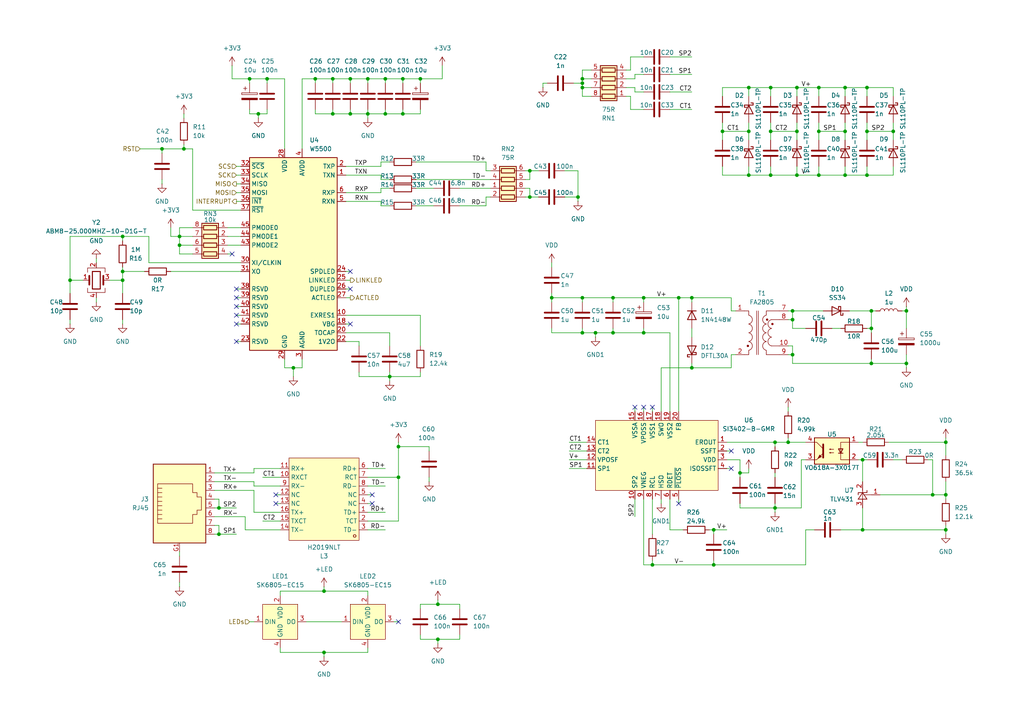
<source format=kicad_sch>
(kicad_sch (version 20250114) (generator "eeschema") (generator_version "9.0")
  (paper "A4")
  (title_block (title "GrandNA3_4Port_Node"))
  (junction (at 217.17 38.1))
  (junction (at 200.66 106.68))
  (junction (at 186.69 96.52))
  (junction (at 262.89 105.41))
  (junction (at 223.52 38.1))
  (junction (at 250.19 153.67))
  (junction (at 214.63 137.16))
  (junction (at 259.08 38.1))
  (junction (at 35.56 81.28))
  (junction (at 20.32 81.28))
  (junction (at 224.79 147.32))
  (junction (at 113.03 109.22))
  (junction (at 229.87 92.71))
  (junction (at 274.32 128.27))
  (junction (at 250.19 133.35))
  (junction (at 153.67 57.15))
  (junction (at 207.01 163.83))
  (junction (at 177.8 86.36))
  (junction (at 177.8 96.52))
  (junction (at 168.91 86.36))
  (junction (at 245.11 25.4))
  (junction (at 217.17 25.4))
  (junction (at 251.46 50.8))
  (junction (at 121.92 22.86))
  (junction (at 252.73 105.41))
  (junction (at 274.32 143.51))
  (junction (at 53.34 43.18))
  (junction (at 93.98 189.23))
  (junction (at 127 185.42))
  (junction (at 262.89 90.17))
  (junction (at 168.91 24.13))
  (junction (at 96.52 22.86))
  (junction (at 63.5 147.32))
  (junction (at 72.39 22.86))
  (junction (at 153.67 49.53))
  (junction (at 274.32 153.67))
  (junction (at 52.07 71.12))
  (junction (at 35.56 68.58))
  (junction (at 209.55 38.1))
  (junction (at 252.73 90.17))
  (junction (at 223.52 25.4))
  (junction (at 46.99 43.18))
  (junction (at 172.72 96.52))
  (junction (at 231.14 38.1))
  (junction (at 186.69 86.36))
  (junction (at 85.09 106.68))
  (junction (at 74.93 33.02))
  (junction (at 200.66 86.36))
  (junction (at 101.6 33.02))
  (junction (at 252.73 95.25))
  (junction (at 207.01 153.67))
  (junction (at 115.57 138.43))
  (junction (at 115.57 129.54))
  (junction (at 189.23 163.83))
  (junction (at 106.68 33.02))
  (junction (at 111.76 22.86))
  (junction (at 196.85 86.36))
  (junction (at 224.79 128.27))
  (junction (at 77.47 22.86))
  (junction (at 231.14 25.4))
  (junction (at 116.84 33.02))
  (junction (at 106.68 22.86))
  (junction (at 127 175.26))
  (junction (at 223.52 50.8))
  (junction (at 101.6 22.86))
  (junction (at 63.5 154.94))
  (junction (at 93.98 171.45))
  (junction (at 168.91 25.4))
  (junction (at 251.46 25.4))
  (junction (at 168.91 96.52))
  (junction (at 35.56 78.74))
  (junction (at 229.87 90.17))
  (junction (at 111.76 33.02))
  (junction (at 237.49 50.8))
  (junction (at 231.14 50.8))
  (junction (at 245.11 38.1))
  (junction (at 160.02 86.36))
  (junction (at 167.64 57.15))
  (junction (at 228.6 128.27))
  (junction (at 52.07 68.58))
  (junction (at 217.17 50.8))
  (junction (at 168.91 22.86))
  (junction (at 237.49 25.4))
  (junction (at 237.49 38.1))
  (junction (at 91.44 22.86))
  (junction (at 229.87 102.87))
  (junction (at 116.84 22.86))
  (junction (at 270.51 143.51))
  (junction (at 96.52 33.02))
  (junction (at 245.11 50.8))
  (junction (at 251.46 38.1))
  (no_connect (at 68.58 93.98))
  (no_connect (at 67.31 73.66))
  (no_connect (at 196.85 146.05))
  (no_connect (at 184.15 118.11))
  (no_connect (at 101.6 83.82))
  (no_connect (at 68.58 83.82))
  (no_connect (at 101.6 93.98))
  (no_connect (at 189.23 118.11))
  (no_connect (at 186.69 118.11))
  (no_connect (at 68.58 99.06))
  (no_connect (at 68.58 91.44))
  (no_connect (at 80.01 146.05))
  (no_connect (at 68.58 88.9))
  (no_connect (at 107.95 143.51))
  (no_connect (at 212.09 130.81))
  (no_connect (at 107.95 146.05))
  (no_connect (at 212.09 135.89))
  (no_connect (at 101.6 78.74))
  (no_connect (at 115.57 180.34))
  (no_connect (at 68.58 86.36))
  (no_connect (at 80.01 143.51))
  (wire (pts (xy 207.01 153.67) (xy 205.74 153.67)))
  (wire (pts (xy 68.58 88.9) (xy 69.85 88.9)))
  (wire (pts (xy 243.84 153.67) (xy 250.19 153.67)))
  (wire (pts (xy 259.08 35.56) (xy 259.08 38.1)))
  (wire (pts (xy 127 175.26) (xy 121.92 175.26)))
  (wire (pts (xy 121.92 91.44) (xy 100.33 91.44)))
  (wire (pts (xy 245.11 50.8) (xy 245.11 48.26)))
  (wire (pts (xy 55.88 60.96) (xy 69.85 60.96)))
  (wire (pts (xy 251.46 38.1) (xy 259.08 38.1)))
  (wire (pts (xy 53.34 41.91) (xy 53.34 43.18)))
  (wire (pts (xy 62.23 142.24) (xy 73.66 142.24)))
  (wire (pts (xy 107.95 143.51) (xy 106.68 143.51)))
  (wire (pts (xy 106.68 187.96) (xy 106.68 189.23)))
  (wire (pts (xy 259.08 133.35) (xy 261.62 133.35)))
  (wire (pts (xy 198.12 153.67) (xy 194.31 153.67)))
  (wire (pts (xy 77.47 33.02) (xy 74.93 33.02)))
  (wire (pts (xy 106.68 22.86) (xy 101.6 22.86)))
  (wire (pts (xy 245.11 25.4) (xy 251.46 25.4)))
  (wire (pts (xy 110.49 59.69) (xy 110.49 58.42)))
  (wire (pts (xy 157.48 24.13) (xy 158.75 24.13)))
  (wire (pts (xy 217.17 25.4) (xy 223.52 25.4)))
  (wire (pts (xy 223.52 38.1) (xy 231.14 38.1)))
  (wire (pts (xy 223.52 50.8) (xy 223.52 48.26)))
  (wire (pts (xy 168.91 86.36) (xy 177.8 86.36)))
  (wire (pts (xy 110.49 54.61) (xy 110.49 55.88)))
  (wire (pts (xy 62.23 152.4) (xy 63.5 152.4)))
  (wire (pts (xy 229.87 105.41) (xy 229.87 102.87)))
  (wire (pts (xy 66.04 68.58) (xy 69.85 68.58)))
  (wire (pts (xy 167.64 58.42) (xy 167.64 57.15)))
  (wire (pts (xy 113.03 109.22) (xy 121.92 109.22)))
  (wire (pts (xy 81.28 151.13) (xy 76.2 151.13)))
  (wire (pts (xy 35.56 68.58) (xy 43.18 68.58)))
  (wire (pts (xy 68.58 48.26) (xy 69.85 48.26)))
  (wire (pts (xy 274.32 128.27) (xy 257.81 128.27)))
  (wire (pts (xy 96.52 31.75) (xy 96.52 33.02)))
  (wire (pts (xy 100.33 55.88) (xy 110.49 55.88)))
  (wire (pts (xy 214.63 133.35) (xy 214.63 137.16)))
  (wire (pts (xy 274.32 132.08) (xy 274.32 128.27)))
  (wire (pts (xy 93.98 170.18) (xy 93.98 171.45)))
  (wire (pts (xy 262.89 88.9) (xy 262.89 90.17)))
  (wire (pts (xy 101.6 31.75) (xy 101.6 33.02)))
  (wire (pts (xy 184.15 25.4) (xy 184.15 26.67)))
  (wire (pts (xy 186.69 144.78) (xy 186.69 163.83)))
  (wire (pts (xy 184.15 21.59) (xy 186.69 21.59)))
  (wire (pts (xy 212.09 102.87) (xy 212.09 106.68)))
  (wire (pts (xy 200.66 21.59) (xy 194.31 21.59)))
  (wire (pts (xy 231.14 35.56) (xy 231.14 38.1)))
  (wire (pts (xy 111.76 22.86) (xy 106.68 22.86)))
  (wire (pts (xy 67.31 19.05) (xy 67.31 22.86)))
  (wire (pts (xy 104.14 109.22) (xy 104.14 107.95)))
  (wire (pts (xy 177.8 96.52) (xy 177.8 95.25)))
  (wire (pts (xy 229.87 102.87) (xy 228.6 102.87)))
  (wire (pts (xy 259.08 25.4) (xy 259.08 27.94)))
  (wire (pts (xy 182.88 16.51) (xy 186.69 16.51)))
  (wire (pts (xy 142.24 57.15) (xy 140.97 57.15)))
  (wire (pts (xy 52.07 68.58) (xy 52.07 71.12)))
  (wire (pts (xy 186.69 118.11) (xy 186.69 119.38)))
  (wire (pts (xy 177.8 96.52) (xy 186.69 96.52)))
  (wire (pts (xy 68.58 53.34) (xy 69.85 53.34)))
  (wire (pts (xy 91.44 22.86) (xy 91.44 24.13)))
  (wire (pts (xy 31.75 81.28) (xy 35.56 81.28)))
  (wire (pts (xy 233.68 133.35) (xy 232.41 133.35)))
  (wire (pts (xy 72.39 180.34) (xy 73.66 180.34)))
  (wire (pts (xy 113.03 109.22) (xy 113.03 110.49)))
  (wire (pts (xy 177.8 86.36) (xy 177.8 87.63)))
  (wire (pts (xy 224.79 147.32) (xy 214.63 147.32)))
  (wire (pts (xy 113.03 100.33) (xy 113.03 96.52)))
  (wire (pts (xy 224.79 146.05) (xy 224.79 147.32)))
  (wire (pts (xy 153.67 57.15) (xy 152.4 57.15)))
  (wire (pts (xy 110.49 59.69) (xy 113.03 59.69)))
  (wire (pts (xy 115.57 138.43) (xy 106.68 138.43)))
  (wire (pts (xy 191.77 106.68) (xy 200.66 106.68)))
  (wire (pts (xy 106.68 34.29) (xy 106.68 33.02)))
  (wire (pts (xy 72.39 31.75) (xy 72.39 33.02)))
  (wire (pts (xy 274.32 139.7) (xy 274.32 143.51)))
  (wire (pts (xy 20.32 68.58) (xy 20.32 81.28)))
  (wire (pts (xy 262.89 105.41) (xy 252.73 105.41)))
  (wire (pts (xy 140.97 46.99) (xy 140.97 49.53)))
  (wire (pts (xy 217.17 50.8) (xy 223.52 50.8)))
  (wire (pts (xy 209.55 38.1) (xy 217.17 38.1)))
  (wire (pts (xy 223.52 35.56) (xy 223.52 38.1)))
  (wire (pts (xy 186.69 86.36) (xy 186.69 87.63)))
  (wire (pts (xy 200.66 106.68) (xy 200.66 105.41)))
  (wire (pts (xy 229.87 90.17) (xy 238.76 90.17)))
  (wire (pts (xy 200.66 86.36) (xy 200.66 87.63)))
  (wire (pts (xy 81.28 138.43) (xy 76.2 138.43)))
  (wire (pts (xy 209.55 27.94) (xy 209.55 25.4)))
  (wire (pts (xy 106.68 22.86) (xy 106.68 24.13)))
  (wire (pts (xy 121.92 109.22) (xy 121.92 107.95)))
  (wire (pts (xy 63.5 147.32) (xy 62.23 147.32)))
  (wire (pts (xy 194.31 96.52) (xy 194.31 119.38)))
  (wire (pts (xy 184.15 25.4) (xy 181.61 25.4)))
  (wire (pts (xy 231.14 38.1) (xy 231.14 40.64)))
  (wire (pts (xy 152.4 54.61) (xy 153.67 54.61)))
  (wire (pts (xy 52.07 68.58) (xy 55.88 68.58)))
  (wire (pts (xy 252.73 95.25) (xy 252.73 96.52)))
  (wire (pts (xy 49.53 66.04) (xy 49.53 68.58)))
  (wire (pts (xy 124.46 139.7) (xy 124.46 138.43)))
  (wire (pts (xy 113.03 96.52) (xy 100.33 96.52)))
  (wire (pts (xy 93.98 190.5) (xy 93.98 189.23)))
  (wire (pts (xy 35.56 77.47) (xy 35.56 78.74)))
  (wire (pts (xy 214.63 137.16) (xy 214.63 138.43)))
  (wire (pts (xy 217.17 50.8) (xy 217.17 48.26)))
  (wire (pts (xy 133.35 59.69) (xy 140.97 59.69)))
  (wire (pts (xy 251.46 50.8) (xy 259.08 50.8)))
  (wire (pts (xy 133.35 54.61) (xy 142.24 54.61)))
  (wire (pts (xy 120.65 59.69) (xy 125.73 59.69)))
  (wire (pts (xy 232.41 133.35) (xy 232.41 147.32)))
  (wire (pts (xy 262.89 102.87) (xy 262.89 105.41)))
  (wire (pts (xy 93.98 189.23) (xy 81.28 189.23)))
  (wire (pts (xy 35.56 93.98) (xy 35.56 92.71)))
  (wire (pts (xy 181.61 20.32) (xy 182.88 20.32)))
  (wire (pts (xy 228.6 128.27) (xy 233.68 128.27)))
  (wire (pts (xy 251.46 38.1) (xy 251.46 40.64)))
  (wire (pts (xy 77.47 22.86) (xy 77.47 24.13)))
  (wire (pts (xy 62.23 137.16) (xy 73.66 137.16)))
  (wire (pts (xy 237.49 38.1) (xy 237.49 40.64)))
  (wire (pts (xy 111.76 153.67) (xy 106.68 153.67)))
  (wire (pts (xy 68.58 91.44) (xy 69.85 91.44)))
  (wire (pts (xy 191.77 119.38) (xy 191.77 106.68)))
  (wire (pts (xy 73.66 137.16) (xy 73.66 135.89)))
  (wire (pts (xy 52.07 161.29) (xy 52.07 160.02)))
  (wire (pts (xy 251.46 35.56) (xy 251.46 38.1)))
  (wire (pts (xy 88.9 180.34) (xy 99.06 180.34)))
  (wire (pts (xy 274.32 153.67) (xy 274.32 152.4)))
  (wire (pts (xy 172.72 97.79) (xy 172.72 96.52)))
  (wire (pts (xy 200.66 95.25) (xy 200.66 97.79)))
  (wire (pts (xy 160.02 76.2) (xy 160.02 77.47)))
  (wire (pts (xy 200.66 31.75) (xy 194.31 31.75)))
  (wire (pts (xy 66.04 66.04) (xy 69.85 66.04)))
  (wire (pts (xy 213.36 102.87) (xy 212.09 102.87)))
  (wire (pts (xy 35.56 78.74) (xy 41.91 78.74)))
  (wire (pts (xy 231.14 50.8) (xy 237.49 50.8)))
  (wire (pts (xy 115.57 129.54) (xy 115.57 138.43)))
  (wire (pts (xy 20.32 93.98) (xy 20.32 92.71)))
  (wire (pts (xy 207.01 153.67) (xy 210.82 153.67)))
  (wire (pts (xy 20.32 81.28) (xy 24.13 81.28)))
  (wire (pts (xy 81.28 171.45) (xy 93.98 171.45)))
  (wire (pts (xy 121.92 22.86) (xy 116.84 22.86)))
  (wire (pts (xy 68.58 147.32) (xy 63.5 147.32)))
  (wire (pts (xy 100.33 48.26) (xy 110.49 48.26)))
  (wire (pts (xy 87.63 22.86) (xy 87.63 43.18)))
  (wire (pts (xy 248.92 133.35) (xy 250.19 133.35)))
  (wire (pts (xy 73.66 140.97) (xy 81.28 140.97)))
  (wire (pts (xy 49.53 68.58) (xy 52.07 68.58)))
  (wire (pts (xy 111.76 33.02) (xy 106.68 33.02)))
  (wire (pts (xy 93.98 171.45) (xy 106.68 171.45)))
  (wire (pts (xy 100.33 58.42) (xy 110.49 58.42)))
  (wire (pts (xy 43.18 68.58) (xy 43.18 76.2)))
  (wire (pts (xy 52.07 73.66) (xy 55.88 73.66)))
  (wire (pts (xy 73.66 135.89) (xy 81.28 135.89)))
  (wire (pts (xy 212.09 90.17) (xy 212.09 86.36)))
  (wire (pts (xy 184.15 26.67) (xy 186.69 26.67)))
  (wire (pts (xy 80.01 146.05) (xy 81.28 146.05)))
  (wire (pts (xy 35.56 81.28) (xy 35.56 78.74)))
  (wire (pts (xy 35.56 81.28) (xy 35.56 85.09)))
  (wire (pts (xy 209.55 25.4) (xy 217.17 25.4)))
  (wire (pts (xy 250.19 133.35) (xy 251.46 133.35)))
  (wire (pts (xy 246.38 90.17) (xy 252.73 90.17)))
  (wire (pts (xy 237.49 50.8) (xy 237.49 48.26)))
  (wire (pts (xy 101.6 81.28) (xy 100.33 81.28)))
  (wire (pts (xy 71.12 149.86) (xy 71.12 153.67)))
  (wire (pts (xy 111.76 135.89) (xy 106.68 135.89)))
  (wire (pts (xy 46.99 43.18) (xy 53.34 43.18)))
  (wire (pts (xy 217.17 25.4) (xy 217.17 27.94)))
  (wire (pts (xy 127 185.42) (xy 133.35 185.42)))
  (wire (pts (xy 252.73 105.41) (xy 229.87 105.41)))
  (wire (pts (xy 200.66 26.67) (xy 194.31 26.67)))
  (wire (pts (xy 68.58 86.36) (xy 69.85 86.36)))
  (wire (pts (xy 100.33 78.74) (xy 101.6 78.74)))
  (wire (pts (xy 96.52 22.86) (xy 96.52 24.13)))
  (wire (pts (xy 77.47 31.75) (xy 77.47 33.02)))
  (wire (pts (xy 228.6 127) (xy 228.6 128.27)))
  (wire (pts (xy 116.84 22.86) (xy 111.76 22.86)))
  (wire (pts (xy 168.91 20.32) (xy 168.91 22.86)))
  (wire (pts (xy 62.23 144.78) (xy 63.5 144.78)))
  (wire (pts (xy 233.68 163.83) (xy 233.68 153.67)))
  (wire (pts (xy 63.5 144.78) (xy 63.5 147.32)))
  (wire (pts (xy 116.84 31.75) (xy 116.84 33.02)))
  (wire (pts (xy 184.15 22.86) (xy 184.15 21.59)))
  (wire (pts (xy 252.73 105.41) (xy 252.73 104.14)))
  (wire (pts (xy 68.58 58.42) (xy 69.85 58.42)))
  (wire (pts (xy 128.27 19.05) (xy 128.27 22.86)))
  (wire (pts (xy 191.77 146.05) (xy 191.77 144.78)))
  (wire (pts (xy 194.31 96.52) (xy 186.69 96.52)))
  (wire (pts (xy 214.63 133.35) (xy 210.82 133.35)))
  (wire (pts (xy 120.65 54.61) (xy 125.73 54.61)))
  (wire (pts (xy 121.92 33.02) (xy 116.84 33.02)))
  (wire (pts (xy 182.88 27.94) (xy 182.88 31.75)))
  (wire (pts (xy 171.45 22.86) (xy 168.91 22.86)))
  (wire (pts (xy 111.76 148.59) (xy 106.68 148.59)))
  (wire (pts (xy 168.91 25.4) (xy 168.91 27.94)))
  (wire (pts (xy 91.44 33.02) (xy 91.44 31.75)))
  (wire (pts (xy 231.14 50.8) (xy 231.14 48.26)))
  (wire (pts (xy 115.57 128.27) (xy 115.57 129.54)))
  (wire (pts (xy 127 173.99) (xy 127 175.26)))
  (wire (pts (xy 254 90.17) (xy 252.73 90.17)))
  (wire (pts (xy 245.11 50.8) (xy 251.46 50.8)))
  (wire (pts (xy 120.65 52.07) (xy 142.24 52.07)))
  (wire (pts (xy 184.15 144.78) (xy 184.15 149.86)))
  (wire (pts (xy 245.11 35.56) (xy 245.11 38.1)))
  (wire (pts (xy 209.55 48.26) (xy 209.55 50.8)))
  (wire (pts (xy 213.36 90.17) (xy 212.09 90.17)))
  (wire (pts (xy 250.19 133.35) (xy 250.19 139.7)))
  (wire (pts (xy 106.68 33.02) (xy 101.6 33.02)))
  (wire (pts (xy 209.55 40.64) (xy 209.55 38.1)))
  (wire (pts (xy 210.82 128.27) (xy 224.79 128.27)))
  (wire (pts (xy 52.07 170.18) (xy 52.07 168.91)))
  (wire (pts (xy 165.1 128.27) (xy 170.18 128.27)))
  (wire (pts (xy 186.69 96.52) (xy 186.69 95.25)))
  (wire (pts (xy 110.49 52.07) (xy 113.03 52.07)))
  (wire (pts (xy 100.33 83.82) (xy 101.6 83.82)))
  (wire (pts (xy 53.34 43.18) (xy 55.88 43.18)))
  (wire (pts (xy 153.67 52.07) (xy 152.4 52.07)))
  (wire (pts (xy 46.99 44.45) (xy 46.99 43.18)))
  (wire (pts (xy 251.46 25.4) (xy 259.08 25.4)))
  (wire (pts (xy 217.17 137.16) (xy 214.63 137.16)))
  (wire (pts (xy 160.02 96.52) (xy 168.91 96.52)))
  (wire (pts (xy 62.23 149.86) (xy 71.12 149.86)))
  (wire (pts (xy 233.68 153.67) (xy 236.22 153.67)))
  (wire (pts (xy 121.92 100.33) (xy 121.92 91.44)))
  (wire (pts (xy 153.67 57.15) (xy 156.21 57.15)))
  (wire (pts (xy 87.63 106.68) (xy 87.63 104.14)))
  (wire (pts (xy 52.07 71.12) (xy 52.07 73.66)))
  (wire (pts (xy 140.97 49.53) (xy 142.24 49.53)))
  (wire (pts (xy 186.69 163.83) (xy 189.23 163.83)))
  (wire (pts (xy 189.23 118.11) (xy 189.23 119.38)))
  (wire (pts (xy 207.01 162.56) (xy 207.01 163.83)))
  (wire (pts (xy 229.87 92.71) (xy 229.87 95.25)))
  (wire (pts (xy 106.68 189.23) (xy 93.98 189.23)))
  (wire (pts (xy 80.01 143.51) (xy 81.28 143.51)))
  (wire (pts (xy 96.52 22.86) (xy 91.44 22.86)))
  (wire (pts (xy 71.12 153.67) (xy 81.28 153.67)))
  (wire (pts (xy 73.66 148.59) (xy 81.28 148.59)))
  (wire (pts (xy 209.55 50.8) (xy 217.17 50.8)))
  (wire (pts (xy 100.33 93.98) (xy 101.6 93.98)))
  (wire (pts (xy 74.93 33.02) (xy 72.39 33.02)))
  (wire (pts (xy 52.07 66.04) (xy 52.07 68.58)))
  (wire (pts (xy 133.35 175.26) (xy 127 175.26)))
  (wire (pts (xy 224.79 148.59) (xy 224.79 147.32)))
  (wire (pts (xy 217.17 137.16) (xy 217.17 135.89)))
  (wire (pts (xy 251.46 25.4) (xy 251.46 27.94)))
  (wire (pts (xy 82.55 106.68) (xy 85.09 106.68)))
  (wire (pts (xy 207.01 154.94) (xy 207.01 153.67)))
  (wire (pts (xy 182.88 20.32) (xy 182.88 16.51)))
  (wire (pts (xy 274.32 154.94) (xy 274.32 153.67)))
  (wire (pts (xy 241.3 95.25) (xy 243.84 95.25)))
  (wire (pts (xy 165.1 133.35) (xy 170.18 133.35)))
  (wire (pts (xy 114.3 180.34) (xy 115.57 180.34)))
  (wire (pts (xy 181.61 27.94) (xy 182.88 27.94)))
  (wire (pts (xy 189.23 144.78) (xy 189.23 154.94)))
  (wire (pts (xy 52.07 71.12) (xy 55.88 71.12)))
  (wire (pts (xy 121.92 185.42) (xy 121.92 184.15)))
  (wire (pts (xy 68.58 99.06) (xy 69.85 99.06)))
  (wire (pts (xy 73.66 139.7) (xy 73.66 140.97)))
  (wire (pts (xy 100.33 99.06) (xy 104.14 99.06)))
  (wire (pts (xy 160.02 95.25) (xy 160.02 96.52)))
  (wire (pts (xy 106.68 171.45) (xy 106.68 172.72)))
  (wire (pts (xy 217.17 35.56) (xy 217.17 38.1)))
  (wire (pts (xy 165.1 135.89) (xy 170.18 135.89)))
  (wire (pts (xy 194.31 153.67) (xy 194.31 144.78)))
  (wire (pts (xy 168.91 87.63) (xy 168.91 86.36)))
  (wire (pts (xy 81.28 189.23) (xy 81.28 187.96)))
  (wire (pts (xy 168.91 22.86) (xy 168.91 24.13)))
  (wire (pts (xy 245.11 25.4) (xy 245.11 27.94)))
  (wire (pts (xy 68.58 55.88) (xy 69.85 55.88)))
  (wire (pts (xy 224.79 137.16) (xy 224.79 138.43)))
  (wire (pts (xy 237.49 38.1) (xy 245.11 38.1)))
  (wire (pts (xy 116.84 22.86) (xy 116.84 24.13)))
  (wire (pts (xy 209.55 38.1) (xy 209.55 35.56)))
  (wire (pts (xy 262.89 95.25) (xy 262.89 90.17)))
  (wire (pts (xy 82.55 22.86) (xy 77.47 22.86)))
  (wire (pts (xy 72.39 24.13) (xy 72.39 22.86)))
  (wire (pts (xy 68.58 50.8) (xy 69.85 50.8)))
  (wire (pts (xy 168.91 96.52) (xy 172.72 96.52)))
  (wire (pts (xy 168.91 24.13) (xy 168.91 25.4)))
  (wire (pts (xy 245.11 38.1) (xy 245.11 40.64)))
  (wire (pts (xy 223.52 25.4) (xy 223.52 27.94)))
  (wire (pts (xy 27.94 74.93) (xy 27.94 76.2)))
  (wire (pts (xy 214.63 146.05) (xy 214.63 147.32)))
  (wire (pts (xy 250.19 147.32) (xy 250.19 153.67)))
  (wire (pts (xy 133.35 185.42) (xy 133.35 184.15)))
  (wire (pts (xy 224.79 128.27) (xy 228.6 128.27)))
  (wire (pts (xy 82.55 22.86) (xy 82.55 43.18)))
  (wire (pts (xy 66.04 71.12) (xy 69.85 71.12)))
  (wire (pts (xy 186.69 86.36) (xy 196.85 86.36)))
  (wire (pts (xy 43.18 76.2) (xy 69.85 76.2)))
  (wire (pts (xy 101.6 22.86) (xy 96.52 22.86)))
  (wire (pts (xy 262.89 106.68) (xy 262.89 105.41)))
  (wire (pts (xy 67.31 22.86) (xy 72.39 22.86)))
  (wire (pts (xy 110.49 46.99) (xy 110.49 48.26)))
  (wire (pts (xy 255.27 143.51) (xy 270.51 143.51)))
  (wire (pts (xy 251.46 50.8) (xy 251.46 48.26)))
  (wire (pts (xy 73.66 139.7) (xy 62.23 139.7)))
  (wire (pts (xy 63.5 152.4) (xy 63.5 154.94)))
  (wire (pts (xy 165.1 130.81) (xy 170.18 130.81)))
  (wire (pts (xy 53.34 33.02) (xy 53.34 34.29)))
  (wire (pts (xy 196.85 144.78) (xy 196.85 146.05)))
  (wire (pts (xy 229.87 92.71) (xy 229.87 90.17)))
  (wire (pts (xy 212.09 86.36) (xy 200.66 86.36)))
  (wire (pts (xy 110.49 46.99) (xy 113.03 46.99)))
  (wire (pts (xy 172.72 96.52) (xy 177.8 96.52)))
  (wire (pts (xy 217.17 38.1) (xy 217.17 40.64)))
  (wire (pts (xy 171.45 20.32) (xy 168.91 20.32)))
  (wire (pts (xy 231.14 25.4) (xy 231.14 27.94)))
  (wire (pts (xy 231.14 25.4) (xy 237.49 25.4)))
  (wire (pts (xy 96.52 33.02) (xy 91.44 33.02)))
  (wire (pts (xy 270.51 133.35) (xy 269.24 133.35)))
  (wire (pts (xy 152.4 49.53) (xy 153.67 49.53)))
  (wire (pts (xy 157.48 25.4) (xy 157.48 24.13)))
  (wire (pts (xy 153.67 49.53) (xy 156.21 49.53)))
  (wire (pts (xy 140.97 57.15) (xy 140.97 59.69)))
  (wire (pts (xy 124.46 129.54) (xy 124.46 130.81)))
  (wire (pts (xy 168.91 24.13) (xy 166.37 24.13)))
  (wire (pts (xy 196.85 119.38) (xy 196.85 86.36)))
  (wire (pts (xy 229.87 90.17) (xy 228.6 90.17)))
  (wire (pts (xy 111.76 31.75) (xy 111.76 33.02)))
  (wire (pts (xy 40.64 43.18) (xy 46.99 43.18)))
  (wire (pts (xy 171.45 25.4) (xy 168.91 25.4)))
  (wire (pts (xy 115.57 151.13) (xy 106.68 151.13)))
  (wire (pts (xy 248.92 128.27) (xy 250.19 128.27)))
  (wire (pts (xy 250.19 153.67) (xy 274.32 153.67)))
  (wire (pts (xy 224.79 147.32) (xy 232.41 147.32)))
  (wire (pts (xy 110.49 54.61) (xy 113.03 54.61)))
  (wire (pts (xy 212.09 106.68) (xy 200.66 106.68)))
  (wire (pts (xy 113.03 109.22) (xy 104.14 109.22)))
  (wire (pts (xy 121.92 185.42) (xy 127 185.42)))
  (wire (pts (xy 120.65 46.99) (xy 140.97 46.99)))
  (wire (pts (xy 20.32 68.58) (xy 35.56 68.58)))
  (wire (pts (xy 223.52 38.1) (xy 223.52 40.64)))
  (wire (pts (xy 184.15 118.11) (xy 184.15 119.38)))
  (wire (pts (xy 46.99 53.34) (xy 46.99 52.07)))
  (wire (pts (xy 210.82 135.89) (xy 212.09 135.89)))
  (wire (pts (xy 82.55 104.14) (xy 82.55 106.68)))
  (wire (pts (xy 167.64 49.53) (xy 167.64 57.15)))
  (wire (pts (xy 160.02 86.36) (xy 168.91 86.36)))
  (wire (pts (xy 252.73 95.25) (xy 251.46 95.25)))
  (wire (pts (xy 259.08 38.1) (xy 259.08 40.64)))
  (wire (pts (xy 160.02 87.63) (xy 160.02 86.36)))
  (wire (pts (xy 237.49 50.8) (xy 245.11 50.8)))
  (wire (pts (xy 229.87 100.33) (xy 229.87 102.87)))
  (wire (pts (xy 167.64 57.15) (xy 163.83 57.15)))
  (wire (pts (xy 104.14 99.06) (xy 104.14 100.33)))
  (wire (pts (xy 121.92 22.86) (xy 128.27 22.86)))
  (wire (pts (xy 133.35 176.53) (xy 133.35 175.26)))
  (wire (pts (xy 101.6 86.36) (xy 100.33 86.36)))
  (wire (pts (xy 274.32 144.78) (xy 274.32 143.51)))
  (wire (pts (xy 66.04 73.66) (xy 67.31 73.66)))
  (wire (pts (xy 101.6 22.86) (xy 101.6 24.13)))
  (wire (pts (xy 237.49 25.4) (xy 237.49 27.94)))
  (wire (pts (xy 228.6 119.38) (xy 228.6 118.11)))
  (wire (pts (xy 163.83 49.53) (xy 167.64 49.53)))
  (wire (pts (xy 262.89 90.17) (xy 261.62 90.17)))
  (wire (pts (xy 72.39 22.86) (xy 77.47 22.86)))
  (wire (pts (xy 20.32 85.09) (xy 20.32 81.28)))
  (wire (pts (xy 223.52 25.4) (xy 231.14 25.4)))
  (wire (pts (xy 100.33 50.8) (xy 110.49 50.8)))
  (wire (pts (xy 87.63 22.86) (xy 91.44 22.86)))
  (wire (pts (xy 196.85 86.36) (xy 200.66 86.36)))
  (wire (pts (xy 153.67 54.61) (xy 153.67 57.15)))
  (wire (pts (xy 124.46 129.54) (xy 115.57 129.54)))
  (wire (pts (xy 81.28 172.72) (xy 81.28 171.45)))
  (wire (pts (xy 229.87 95.25) (xy 233.68 95.25)))
  (wire (pts (xy 177.8 86.36) (xy 186.69 86.36)))
  (wire (pts (xy 68.58 93.98) (xy 69.85 93.98)))
  (wire (pts (xy 274.32 127) (xy 274.32 128.27)))
  (wire (pts (xy 85.09 106.68) (xy 87.63 106.68)))
  (wire (pts (xy 228.6 100.33) (xy 229.87 100.33)))
  (wire (pts (xy 270.51 133.35) (xy 270.51 143.51)))
  (wire (pts (xy 237.49 35.56) (xy 237.49 38.1)))
  (wire (pts (xy 160.02 85.09) (xy 160.02 86.36)))
  (wire (pts (xy 27.94 87.63) (xy 27.94 86.36)))
  (wire (pts (xy 270.51 143.51) (xy 274.32 143.51)))
  (wire (pts (xy 153.67 49.53) (xy 153.67 52.07)))
  (wire (pts (xy 73.66 142.24) (xy 73.66 148.59)))
  (wire (pts (xy 68.58 154.94) (xy 63.5 154.94)))
  (wire (pts (xy 68.58 83.82) (xy 69.85 83.82)))
  (wire (pts (xy 182.88 31.75) (xy 186.69 31.75)))
  (wire (pts (xy 116.84 33.02) (xy 111.76 33.02)))
  (wire (pts (xy 107.95 146.05) (xy 106.68 146.05)))
  (wire (pts (xy 111.76 22.86) (xy 111.76 24.13)))
  (wire (pts (xy 210.82 130.81) (xy 212.09 130.81)))
  (wire (pts (xy 85.09 106.68) (xy 85.09 109.22)))
  (wire (pts (xy 49.53 78.74) (xy 69.85 78.74)))
  (wire (pts (xy 115.57 138.43) (xy 115.57 151.13)))
  (wire (pts (xy 168.91 95.25) (xy 168.91 96.52)))
  (wire (pts (xy 55.88 43.18) (xy 55.88 60.96)))
  (wire (pts (xy 259.08 50.8) (xy 259.08 48.26)))
  (wire (pts (xy 106.68 31.75) (xy 106.68 33.02)))
  (wire (pts (xy 121.92 175.26) (xy 121.92 176.53)))
  (wire (pts (xy 121.92 31.75) (xy 121.92 33.02)))
  (wire (pts (xy 127 186.69) (xy 127 185.42)))
  (wire (pts (xy 207.01 163.83) (xy 233.68 163.83)))
  (wire (pts (xy 224.79 129.54) (xy 224.79 128.27)))
  (wire (pts (xy 111.76 140.97) (xy 106.68 140.97)))
  (wire (pts (xy 223.52 50.8) (xy 231.14 50.8)))
  (wire (pts (xy 113.03 107.95) (xy 113.03 109.22)))
  (wire (pts (xy 110.49 52.07) (xy 110.49 50.8)))
  (wire (pts (xy 52.07 66.04) (xy 55.88 66.04)))
  (wire (pts (xy 189.23 163.83) (xy 189.23 162.56)))
  (wire (pts (xy 237.49 25.4) (xy 245.11 25.4)))
  (wire (pts (xy 184.15 22.86) (xy 181.61 22.86)))
  (wire (pts (xy 121.92 24.13) (xy 121.92 22.86)))
  (wire (pts (xy 101.6 33.02) (xy 96.52 33.02)))
  (wire (pts (xy 252.73 90.17) (xy 252.73 95.25)))
  (wire (pts (xy 168.91 27.94) (xy 171.45 27.94)))
  (wire (pts (xy 63.5 154.94) (xy 62.23 154.94)))
  (wire (pts (xy 228.6 92.71) (xy 229.87 92.71)))
  (wire (pts (xy 35.56 68.58) (xy 35.56 69.85)))
  (wire (pts (xy 74.93 34.29) (xy 74.93 33.02)))
  (wire (pts (xy 189.23 163.83) (xy 207.01 163.83)))
  (wire (pts (xy 200.66 16.51) (xy 194.31 16.51)))
  (label "RX+" (at 64.77 142.24 0))
  (label "SP2" (at 252.73 38.1 0))
  (label "TD-" (at 140.97 52.07 180))
  (label "TXN" (at 102.87 50.8 0))
  (label "CT2" (at 200.66 26.67 180))
  (label "TXP" (at 102.87 48.26 0))
  (label "RD-" (at 140.97 59.69 180))
  (label "V+" (at 232.41 25.4 0))
  (label "CT1" (at 210.82 38.1 0))
  (label "TD+" (at 111.76 135.89 180))
  (label "CT2" (at 76.2 151.13 0))
  (label "CT1" (at 200.66 31.75 180))
  (label "SP1" (at 68.58 154.94 180))
  (label "CT2" (at 224.79 38.1 0))
  (label "RD-" (at 111.76 153.67 180))
  (label "RX-" (at 64.77 149.86 0))
  (label "SP1" (at 200.66 21.59 180))
  (label "V+" (at 165.1 133.35 0))
  (label "SP1" (at 238.76 38.1 0))
  (label "RXP" (at 102.87 55.88 0))
  (label "RD+" (at 140.97 54.61 180))
  (label "RD+" (at 111.76 148.59 180))
  (label "SP2" (at 184.15 149.86 90))
  (label "CT2" (at 165.1 130.81 0))
  (label "TD+" (at 140.97 46.99 180))
  (label "SP1" (at 165.1 135.89 0))
  (label "V-" (at 232.41 50.8 0))
  (label "V+" (at 210.82 153.67 180))
  (label "CT1" (at 165.1 128.27 0))
  (label "TX+" (at 64.77 137.16 0))
  (label "TX-" (at 64.77 139.7 0))
  (label "SP2" (at 200.66 16.51 180))
  (label "RXN" (at 102.87 58.42 0))
  (label "SP2" (at 68.58 147.32 180))
  (label "TD-" (at 111.76 140.97 180))
  (label "V-" (at 195.58 163.83 0))
  (label "V+" (at 190.5 86.36 0))
  (label "CT1" (at 76.2 138.43 0))
  (hierarchical_label "INTERRUPT" (shape output) (at 68.58 58.42 180))
  (hierarchical_label "MISO" (shape output) (at 68.58 53.34 180))
  (hierarchical_label "SCK" (shape input) (at 68.58 50.8 180))
  (hierarchical_label "SCS" (shape input) (at 68.58 48.26 180))
  (hierarchical_label "LINKLED" (shape output) (at 101.6 81.28 0))
  (hierarchical_label "ACTLED" (shape output) (at 101.6 86.36 0))
  (hierarchical_label "MOSI" (shape input) (at 68.58 55.88 180))
  (hierarchical_label "LEDs" (shape input) (at 72.39 180.34 180))
  (hierarchical_label "RST" (shape input) (at 40.64 43.18 180))
  (symbol (lib_id "Diode:SS2150") (at 231.14 31.75 270) (unit 1)
    (property "Reference" "D3" (at 227.076 27.686 90) (effects (justify left)))
    (property "Value" "SL110PL-TP" (at 233.934 25.4 0) (effects (justify left)))
    (property "Footprint" "Diode_SMD:D_SOD-123F" (effects (hide yes)))
    (property "Datasheet" "https://www.microdiode.com/uploadfiles//PDF/SS22-THRU-SS2200-SMA.pdf" (effects (hide yes)))
    (property "Description" "150V 2A Schottky Diode, SMA" (effects (hide yes)))
  )
  (symbol (lib_id "Diode:SS2150") (at 231.14 44.45 270) (unit 1)
    (property "Reference" "D7" (at 227.076 40.386 90) (effects (justify left)))
    (property "Value" "SL110PL-TP" (at 233.934 38.1 0) (effects (justify left)))
    (property "Footprint" "Diode_SMD:D_SOD-123F" (effects (hide yes)))
    (property "Datasheet" "https://www.microdiode.com/uploadfiles//PDF/SS22-THRU-SS2200-SMA.pdf" (effects (hide yes)))
    (property "Description" "150V 2A Schottky Diode, SMA" (effects (hide yes)))
  )
  (symbol (lib_id "Device:C") (at 251.46 44.45 0) (unit 1)
    (property "Reference" "C41" (at 253.746 43.18 0) (effects (justify left)))
    (property "Value" "1n" (at 253.746 45.72 0) (effects (justify left)))
    (property "Footprint" "Capacitor_SMD:C_0603_1608Metric" (effects (hide yes)))
    (property "Description" "Unpolarized capacitor" (effects (hide yes)))
  )
  (symbol (lib_id "Diode:SS2150") (at 259.08 31.75 270) (unit 1)
    (property "Reference" "D5" (at 255.016 27.686 90) (effects (justify left)))
    (property "Value" "SL110PL-TP" (at 261.874 25.4 0) (effects (justify left)))
    (property "Footprint" "Diode_SMD:D_SOD-123F" (effects (hide yes)))
    (property "Datasheet" "https://www.microdiode.com/uploadfiles//PDF/SS22-THRU-SS2200-SMA.pdf" (effects (hide yes)))
    (property "Description" "150V 2A Schottky Diode, SMA" (effects (hide yes)))
  )
  (symbol (lib_id "power:+3V3") (at 49.53 66.04 0) (unit 1)
    (property "Reference" "#PWR038" (effects (hide yes)))
    (property "Value" "+3V3" (at 49.53 60.96 0))
    (property "Description" "Power symbol creates a global label with name \"+3V3\"" (effects (hide yes)))
  )
  (symbol (lib_id "Selfmade:FA2805") (at 219.71 96.52 0) (unit 1)
    (property "Reference" "T1" (at 220.98 85.09 0))
    (property "Value" "FA2805" (at 220.98 87.63 0))
    (property "Footprint" "SamacSys_Parts:FA2924ALD" (effects (hide yes)))
  )
  (symbol (lib_id "power:+3V3") (at 128.27 19.05 0) (unit 1)
    (property "Reference" "#PWR031" (effects (hide yes)))
    (property "Value" "+3V3" (at 128.27 13.97 0))
    (property "Description" "Power symbol creates a global label with name \"+3V3\"" (effects (hide yes)))
  )
  (symbol (lib_id "power:GND1") (at 172.72 97.79 0) (unit 1)
    (property "Reference" "#PWR045" (effects (hide yes)))
    (property "Value" "GND1" (at 172.72 102.87 0))
    (property "Description" "Power symbol creates a global label with name \"GND1\" , ground" (effects (hide yes)))
  )
  (symbol (lib_id "power:GND") (at 93.98 190.5 0) (unit 1)
    (property "Reference" "#PWR061" (effects (hide yes)))
    (property "Value" "GND" (at 93.98 195.58 0))
    (property "Description" "Power symbol creates a global label with name \"GND\" , ground" (effects (hide yes)))
  )
  (symbol (lib_id "Device:C") (at 190.5 16.51 270) (mirror x) (unit 1)
    (property "Reference" "C20" (at 193.548 15.24 90))
    (property "Value" "10n" (at 187.452 15.24 90))
    (property "Footprint" "Capacitor_SMD:C_0603_1608Metric" (effects (hide yes)))
    (property "Description" "Unpolarized capacitor" (effects (hide yes)))
  )
  (symbol (lib_name "R_Pack04_1") (lib_id "Device:R_Pack04") (at 147.32 54.61 270) (unit 1)
    (property "Reference" "RN2" (at 147.32 43.18 90))
    (property "Value" "75R" (at 147.32 45.72 90))
    (property "Footprint" "Resistor_SMD:R_Array_Concave_4x0603" (effects (hide yes)))
    (property "Description" "4 resistor network, parallel topology" (effects (hide yes)))
  )
  (symbol (lib_id "Device:L") (at 257.81 90.17 90) (unit 1)
    (property "Reference" "L2" (at 257.81 85.09 90))
    (property "Value" "1u" (at 257.81 87.63 90))
    (property "Footprint" "Inductor_SMD:L_Vishay_IHLP-1616" (effects (hide yes)))
    (property "Description" "Inductor" (effects (hide yes)))
  )
  (symbol (lib_id "Device:C") (at 237.49 95.25 90) (unit 1)
    (property "Reference" "C54" (at 237.49 92.202 90))
    (property "Value" "470p" (at 237.49 98.552 90))
    (property "Footprint" "Capacitor_SMD:C_0603_1608Metric" (effects (hide yes)))
    (property "Description" "Unpolarized capacitor" (effects (hide yes)))
  )
  (symbol (lib_id "Device:C") (at 177.8 91.44 0) (unit 1)
    (property "Reference" "C52" (at 180.34 90.17 0) (effects (justify left)))
    (property "Value" "1u" (at 180.34 92.71 0) (effects (justify left)))
    (property "Footprint" "Capacitor_SMD:C_0805_2012Metric" (effects (hide yes)))
    (property "Description" "Unpolarized capacitor" (effects (hide yes)))
  )
  (symbol (lib_id "Device:R") (at 274.32 135.89 0) (unit 1)
    (property "Reference" "R24" (at 276.86 134.6199 0) (effects (justify left)))
    (property "Value" "36.5k" (at 276.86 137.1599 0) (effects (justify left)))
    (property "Footprint" "Resistor_SMD:R_0603_1608Metric" (effects (hide yes)))
    (property "Description" "Resistor" (effects (hide yes)))
  )
  (symbol (lib_id "Device:C") (at 162.56 24.13 270) (mirror x) (unit 1)
    (property "Reference" "C22" (at 162.56 16.51 90))
    (property "Value" "1n" (at 162.56 19.05 90))
    (property "Footprint" "Capacitor_SMD:C_0603_1608Metric" (effects (hide yes)))
    (property "Description" "Unpolarized capacitor" (effects (hide yes)))
  )
  (symbol (lib_id "Device:C") (at 96.52 27.94 0) (unit 1)
    (property "Reference" "C27" (at 94.742 17.78 0) (effects (justify left)))
    (property "Value" "100n" (at 94.742 20.32 0) (effects (justify left)))
    (property "Footprint" "Capacitor_SMD:C_0603_1608Metric" (effects (hide yes)))
    (property "Description" "Unpolarized capacitor" (effects (hide yes)))
  )
  (symbol (lib_id "Device:C") (at 190.5 31.75 270) (mirror x) (unit 1)
    (property "Reference" "C33" (at 193.548 30.48 90))
    (property "Value" "10n" (at 187.452 30.48 90))
    (property "Footprint" "Capacitor_SMD:C_0603_1608Metric" (effects (hide yes)))
    (property "Description" "Unpolarized capacitor" (effects (hide yes)))
  )
  (symbol (lib_id "Device:C") (at 111.76 27.94 0) (unit 1)
    (property "Reference" "C30" (at 109.982 17.78 0) (effects (justify left)))
    (property "Value" "100n" (at 109.982 20.32 0) (effects (justify left)))
    (property "Footprint" "Capacitor_SMD:C_0603_1608Metric" (effects (hide yes)))
    (property "Description" "Unpolarized capacitor" (effects (hide yes)))
  )
  (symbol (lib_id "Device:C") (at 46.99 48.26 0) (unit 1)
    (property "Reference" "C42" (at 45.212 38.1 0) (effects (justify left)))
    (property "Value" "100n" (at 45.212 40.64 0) (effects (justify left)))
    (property "Footprint" "Capacitor_SMD:C_0603_1608Metric" (effects (hide yes)))
    (property "Description" "Unpolarized capacitor" (effects (hide yes)))
  )
  (symbol (lib_id "LCSC:H2019NLT") (at 93.98 144.78 180) (unit 1)
    (property "Reference" "L3" (at 93.98 161.29 0))
    (property "Value" "H2019NLT" (at 93.98 158.75 0))
    (property "Footprint" "LCSC:XFMR-SMD_16P-L12.7-W7.1-P1.27-LS9.4-BL" (effects (hide yes)))
    (property "Datasheet" "https://lcsc.com/product-detail/RJ45-Transformer_H2019NLT_C110250.html" (effects (hide yes)))
    (property "LCSC Part" "C110250" (effects (hide yes)))
  )
  (symbol (lib_id "Connector:RJ45") (at 52.07 144.78 0) (mirror x) (unit 1)
    (property "Reference" "J3" (at 43.18 144.7799 0) (effects (justify right)))
    (property "Value" "RJ45" (at 43.18 147.3199 0) (effects (justify right)))
    (property "Footprint" "SamacSys_Parts:NE8FAHLRDAE" (effects (hide yes)))
    (property "Description" "RJ connector, 8P8C (8 positions 8 connected)" (effects (hide yes)))
  )
  (symbol (lib_id "power:GND") (at 27.94 87.63 0) (unit 1)
    (property "Reference" "#PWR041" (effects (hide yes)))
    (property "Value" "GND" (at 27.94 92.71 0))
    (property "Description" "Power symbol creates a global label with name \"GND\" , ground" (effects (hide yes)))
  )
  (symbol (lib_id "Device:C") (at 223.52 44.45 0) (unit 1)
    (property "Reference" "C39" (at 225.806 43.18 0) (effects (justify left)))
    (property "Value" "1n" (at 225.806 45.72 0) (effects (justify left)))
    (property "Footprint" "Capacitor_SMD:C_0603_1608Metric" (effects (hide yes)))
    (property "Description" "Unpolarized capacitor" (effects (hide yes)))
  )
  (symbol (lib_id "Device:C") (at 237.49 44.45 0) (unit 1)
    (property "Reference" "C40" (at 239.776 43.18 0) (effects (justify left)))
    (property "Value" "1n" (at 239.776 45.72 0) (effects (justify left)))
    (property "Footprint" "Capacitor_SMD:C_0603_1608Metric" (effects (hide yes)))
    (property "Description" "Unpolarized capacitor" (effects (hide yes)))
  )
  (symbol (lib_id "power:GND") (at 74.93 34.29 0) (unit 1)
    (property "Reference" "#PWR034" (effects (hide yes)))
    (property "Value" "GND" (at 74.93 39.37 0))
    (property "Description" "Power symbol creates a global label with name \"GND\" , ground" (effects (hide yes)))
  )
  (symbol (lib_id "power:VDD") (at 228.6 118.11 0) (unit 1)
    (property "Reference" "#PWR049" (effects (hide yes)))
    (property "Value" "VDD" (at 228.6 113.03 0))
    (property "Description" "Power symbol creates a global label with name \"VDD\"" (effects (hide yes)))
  )
  (symbol (lib_id "Interface_Ethernet:W5500") (at 85.09 73.66 0) (unit 1)
    (property "Reference" "U4" (at 89.7733 40.64 0) (effects (justify left)))
    (property "Value" "W5500" (at 89.7733 43.18 0) (effects (justify left)))
    (property "Footprint" "Package_QFP:LQFP-48_7x7mm_P0.5mm" (effects (hide yes)))
    (property "Datasheet" "http://wizwiki.net/wiki/lib/exe/fetch.php/products:w5500:w5500_ds_v109e.pdf" (effects (hide yes)))
    (property "Description" "10/100Mb SPI Ethernet controller with TCP/IP stack, LQFP-48" (effects (hide yes)))
  )
  (symbol (lib_id "Device:R") (at 228.6 123.19 0) (unit 1)
    (property "Reference" "R20" (at 231.14 121.9199 0) (effects (justify left)))
    (property "Value" "4.99k" (at 231.14 124.4599 0) (effects (justify left)))
    (property "Footprint" "Resistor_SMD:R_0603_1608Metric" (effects (hide yes)))
    (property "Description" "Resistor" (effects (hide yes)))
  )
  (symbol (lib_id "power:VDD") (at 160.02 76.2 0) (unit 1)
    (property "Reference" "#PWR040" (effects (hide yes)))
    (property "Value" "VDD" (at 160.02 71.12 0))
    (property "Description" "Power symbol creates a global label with name \"VDD\"" (effects (hide yes)))
  )
  (symbol (lib_id "power:GND") (at 20.32 93.98 0) (unit 1)
    (property "Reference" "#PWR043" (effects (hide yes)))
    (property "Value" "GND" (at 20.32 99.06 0))
    (property "Description" "Power symbol creates a global label with name \"GND\" , ground" (effects (hide yes)))
  )
  (symbol (lib_id "Diode:SS2150") (at 245.11 44.45 270) (unit 1)
    (property "Reference" "D8" (at 241.046 40.386 90) (effects (justify left)))
    (property "Value" "SL110PL-TP" (at 247.904 38.1 0) (effects (justify left)))
    (property "Footprint" "Diode_SMD:D_SOD-123F" (effects (hide yes)))
    (property "Datasheet" "https://www.microdiode.com/uploadfiles//PDF/SS22-THRU-SS2200-SMA.pdf" (effects (hide yes)))
    (property "Description" "150V 2A Schottky Diode, SMA" (effects (hide yes)))
  )
  (symbol (lib_id "power:GND") (at 46.99 53.34 0) (unit 1)
    (property "Reference" "#PWR036" (effects (hide yes)))
    (property "Value" "GND" (at 46.99 58.42 0))
    (property "Description" "Power symbol creates a global label with name \"GND\" , ground" (effects (hide yes)))
  )
  (symbol (lib_id "power:GND1") (at 191.77 146.05 0) (unit 1)
    (property "Reference" "#PWR054" (effects (hide yes)))
    (property "Value" "GND1" (at 191.77 151.13 0))
    (property "Description" "Power symbol creates a global label with name \"GND1\" , ground" (effects (hide yes)))
  )
  (symbol (lib_id "Diode:SS34") (at 242.57 90.17 180) (unit 1)
    (property "Reference" "D10" (at 242.8875 83.82 0))
    (property "Value" "SS34" (at 242.8875 86.36 0))
    (property "Footprint" "Diode_SMD:D_SMA" (effects (hide yes)))
    (property "Datasheet" "https://www.vishay.com/docs/88751/ss32.pdf" (effects (hide yes)))
    (property "Description" "40V 3A Schottky Diode, SMA" (effects (hide yes)))
  )
  (symbol (lib_id "Device:C") (at 190.5 26.67 270) (mirror x) (unit 1)
    (property "Reference" "C23" (at 193.548 25.4 90))
    (property "Value" "10n" (at 187.452 25.4 90))
    (property "Footprint" "Capacitor_SMD:C_0603_1608Metric" (effects (hide yes)))
    (property "Description" "Unpolarized capacitor" (effects (hide yes)))
  )
  (symbol (lib_id "Device:C") (at 252.73 100.33 0) (unit 1)
    (property "Reference" "C56" (at 255.524 99.06 0) (effects (justify left)))
    (property "Value" "100u" (at 255.524 101.6 0) (effects (justify left)))
    (property "Footprint" "Capacitor_SMD:C_1206_3216Metric" (effects (hide yes)))
    (property "Description" "Unpolarized capacitor" (effects (hide yes)))
  )
  (symbol (lib_id "power:+3V3") (at 115.57 128.27 0) (mirror y) (unit 1)
    (property "Reference" "#PWR051" (effects (hide yes)))
    (property "Value" "+3V3" (at 115.57 123.19 0))
    (property "Description" "Power symbol creates a global label with name \"+3V3\"" (effects (hide yes)))
  )
  (symbol (lib_id "Device:R") (at 53.34 38.1 0) (unit 1)
    (property "Reference" "R11" (at 55.88 36.8299 0) (effects (justify left)))
    (property "Value" "10k" (at 55.88 39.3699 0) (effects (justify left)))
    (property "Footprint" "Resistor_SMD:R_0603_1608Metric" (effects (hide yes)))
    (property "Description" "Resistor" (effects (hide yes)))
  )
  (symbol (lib_id "Device:C_Polarized") (at 72.39 27.94 0) (unit 1)
    (property "Reference" "C24" (at 70.612 17.78 0) (effects (justify left)))
    (property "Value" "10u" (at 70.612 20.32 0) (effects (justify left)))
    (property "Footprint" "Capacitor_Tantalum_SMD:CP_EIA-2012-12_Kemet-R" (effects (hide yes)))
    (property "Description" "Polarized capacitor" (effects (hide yes)))
  )
  (symbol (lib_id "Device:R") (at 121.92 104.14 0) (unit 1)
    (property "Reference" "R19" (at 124.46 102.8699 0) (effects (justify left)))
    (property "Value" "12.4k" (at 124.46 105.4099 0) (effects (justify left)))
    (property "Footprint" "Resistor_SMD:R_0603_1608Metric" (effects (hide yes)))
    (property "Description" "Resistor" (effects (hide yes)))
  )
  (symbol (lib_id "power:VDD") (at 262.89 88.9 0) (unit 1)
    (property "Reference" "#PWR042" (effects (hide yes)))
    (property "Value" "VDD" (at 262.89 83.82 0))
    (property "Description" "Power symbol creates a global label with name \"VDD\"" (effects (hide yes)))
  )
  (symbol (lib_id "Device:R") (at 201.93 153.67 90) (unit 1)
    (property "Reference" "R26" (at 199.136 148.59 90) (effects (justify right)))
    (property "Value" "24.9k" (at 199.136 151.13 90) (effects (justify right)))
    (property "Footprint" "Resistor_SMD:R_0603_1608Metric" (effects (hide yes)))
    (property "Description" "Resistor" (effects (hide yes)))
  )
  (symbol (lib_id "Diode:SS2150") (at 217.17 31.75 270) (unit 1)
    (property "Reference" "D2" (at 213.106 27.686 90) (effects (justify left)))
    (property "Value" "SL110PL-TP" (at 219.964 25.4 0) (effects (justify left)))
    (property "Footprint" "Diode_SMD:D_SOD-123F" (effects (hide yes)))
    (property "Datasheet" "https://www.microdiode.com/uploadfiles//PDF/SS22-THRU-SS2200-SMA.pdf" (effects (hide yes)))
    (property "Description" "150V 2A Schottky Diode, SMA" (effects (hide yes)))
  )
  (symbol (lib_id "power:+3V3") (at 53.34 33.02 0) (unit 1)
    (property "Reference" "#PWR033" (effects (hide yes)))
    (property "Value" "+3V3" (at 53.34 27.94 0))
    (property "Description" "Power symbol creates a global label with name \"+3V3\"" (effects (hide yes)))
  )
  (symbol (lib_id "power:GND") (at 106.68 34.29 0) (unit 1)
    (property "Reference" "#PWR035" (effects (hide yes)))
    (property "Value" "GND" (at 106.68 39.37 0))
    (property "Description" "Power symbol creates a global label with name \"GND\" , ground" (effects (hide yes)))
  )
  (symbol (lib_id "Device:C") (at 251.46 31.75 0) (unit 1)
    (property "Reference" "C37" (at 253.746 30.48 0) (effects (justify left)))
    (property "Value" "1n" (at 253.746 33.02 0) (effects (justify left)))
    (property "Footprint" "Capacitor_SMD:C_0603_1608Metric" (effects (hide yes)))
    (property "Description" "Unpolarized capacitor" (effects (hide yes)))
  )
  (symbol (lib_id "Device:C") (at 91.44 27.94 0) (unit 1)
    (property "Reference" "C26" (at 89.662 17.78 0) (effects (justify left)))
    (property "Value" "100n" (at 89.662 20.32 0) (effects (justify left)))
    (property "Footprint" "Capacitor_SMD:C_0603_1608Metric" (effects (hide yes)))
    (property "Description" "Unpolarized capacitor" (effects (hide yes)))
  )
  (symbol (lib_id "Device:Crystal_GND24") (at 27.94 81.28 0) (mirror x) (unit 1)
    (property "Reference" "Y2" (at 27.94 64.516 0))
    (property "Value" "ABM8-25.000MHZ-10-D1G-T" (at 27.94 67.056 0))
    (property "Footprint" "Crystal:Crystal_SMD_3225-4Pin_3.2x2.5mm" (effects (hide yes)))
    (property "Description" "Four pin crystal, GND on pins 2 and 4" (effects (hide yes)))
    (property private "KLC_S3.3" "The rectangle is not a symbol body but a graphical element" (effects (hide yes)))
    (property private "KLC_S4.1" "Some pins are on 50mil grid to make the symbol small" (effects (hide yes)))
  )
  (symbol (lib_id "power:GND") (at 27.94 74.93 180) (unit 1)
    (property "Reference" "#PWR039" (effects (hide yes)))
    (property "Value" "GND" (at 27.94 69.85 0))
    (property "Description" "Power symbol creates a global label with name \"GND\" , ground" (effects (hide yes)))
  )
  (symbol (lib_id "Diode:SS2150") (at 245.11 31.75 270) (unit 1)
    (property "Reference" "D4" (at 241.046 27.686 90) (effects (justify left)))
    (property "Value" "SL110PL-TP" (at 247.904 25.4 0) (effects (justify left)))
    (property "Footprint" "Diode_SMD:D_SOD-123F" (effects (hide yes)))
    (property "Datasheet" "https://www.microdiode.com/uploadfiles//PDF/SS22-THRU-SS2200-SMA.pdf" (effects (hide yes)))
    (property "Description" "150V 2A Schottky Diode, SMA" (effects (hide yes)))
  )
  (symbol (lib_id "Device:C_Polarized") (at 186.69 91.44 0) (unit 1)
    (property "Reference" "C53" (at 190.5 89.2809 0) (effects (justify left)))
    (property "Value" "10u" (at 190.5 91.8209 0) (effects (justify left)))
    (property "Footprint" "Capacitor_SMD:CP_Elec_6.3x5.8" (effects (hide yes)))
    (property "Description" "Polarized capacitor" (effects (hide yes)))
  )
  (symbol (lib_id "Device:R") (at 116.84 46.99 90) (unit 1)
    (property "Reference" "R12" (at 112.268 45.974 90))
    (property "Value" "33R" (at 121.412 45.974 90))
    (property "Footprint" "Resistor_SMD:R_0603_1608Metric" (effects (hide yes)))
    (property "Description" "Resistor" (effects (hide yes)))
  )
  (symbol (lib_id "Device:C") (at 160.02 49.53 90) (unit 1)
    (property "Reference" "C43" (at 156.718 48.26 90))
    (property "Value" "100n" (at 163.83 48.26 90))
    (property "Footprint" "Capacitor_SMD:C_0603_1608Metric" (effects (hide yes)))
    (property "Description" "Unpolarized capacitor" (effects (hide yes)))
  )
  (symbol (lib_id "Isolator:PC817") (at 241.3 130.81 0) (mirror y) (unit 1)
    (property "Reference" "U5" (at 241.3 125.984 0))
    (property "Value" "VO618A-3X017T" (at 241.3 135.636 0))
    (property "Footprint" "Package_DIP:SMDIP-4_W9.53mm_Clearance8mm" (effects (hide yes)))
    (property "Datasheet" "http://www.soselectronic.cz/a_info/resource/d/pc817.pdf" (effects (hide yes)))
    (property "Description" "DC Optocoupler, Vce 35V, CTR 50-300%, DIP-4" (effects (hide yes)))
  )
  (symbol (lib_id "power:GND") (at 113.03 110.49 0) (unit 1)
    (property "Reference" "#PWR048" (effects (hide yes)))
    (property "Value" "GND" (at 113.03 115.57 0))
    (property "Description" "Power symbol creates a global label with name \"GND\" , ground" (effects (hide yes)))
  )
  (symbol (lib_id "power:+3V3") (at 67.31 19.05 0) (unit 1)
    (property "Reference" "#PWR030" (effects (hide yes)))
    (property "Value" "+3V3" (at 67.31 13.97 0))
    (property "Description" "Power symbol creates a global label with name \"+3V3\"" (effects (hide yes)))
  )
  (symbol (lib_id "Device:C") (at 160.02 91.44 0) (unit 1)
    (property "Reference" "C50" (at 162.56 90.17 0) (effects (justify left)))
    (property "Value" "1u" (at 162.56 92.71 0) (effects (justify left)))
    (property "Footprint" "Capacitor_SMD:C_0805_2012Metric" (effects (hide yes)))
    (property "Description" "Unpolarized capacitor" (effects (hide yes)))
  )
  (symbol (lib_id "Device:C") (at 255.27 133.35 90) (unit 1)
    (property "Reference" "C59" (at 252.222 132.08 90))
    (property "Value" "3.3n" (at 258.572 132.08 90))
    (property "Footprint" "Capacitor_SMD:C_0603_1608Metric" (effects (hide yes)))
    (property "Description" "Unpolarized capacitor" (effects (hide yes)))
  )
  (symbol (lib_id "Device:R") (at 35.56 73.66 0) (mirror x) (unit 1)
    (property "Reference" "R16" (at 39.37 74.93 0))
    (property "Value" "1M" (at 39.37 72.39 0))
    (property "Footprint" "Resistor_SMD:R_0603_1608Metric" (effects (hide yes)))
    (property "Description" "Resistor" (effects (hide yes)))
  )
  (symbol (lib_id "Device:R") (at 116.84 52.07 90) (unit 1)
    (property "Reference" "R13" (at 112.268 51.054 90))
    (property "Value" "33R" (at 121.412 51.054 90))
    (property "Footprint" "Resistor_SMD:R_0603_1608Metric" (effects (hide yes)))
    (property "Description" "Resistor" (effects (hide yes)))
  )
  (symbol (lib_id "Device:C") (at 207.01 158.75 0) (unit 1)
    (property "Reference" "C64" (at 209.55 157.48 0) (effects (justify left)))
    (property "Value" "100n" (at 209.55 160.02 0) (effects (justify left)))
    (property "Footprint" "Capacitor_SMD:C_0603_1608Metric" (effects (hide yes)))
    (property "Description" "Unpolarized capacitor" (effects (hide yes)))
  )
  (symbol (lib_id "Device:R") (at 189.23 158.75 0) (unit 1)
    (property "Reference" "R27" (at 190.246 157.48 0) (effects (justify left)))
    (property "Value" "1k" (at 190.246 160.02 0) (effects (justify left)))
    (property "Footprint" "Resistor_SMD:R_0603_1608Metric" (effects (hide yes)))
    (property "Description" "Resistor" (effects (hide yes)))
  )
  (symbol (lib_id "Device:C") (at 223.52 31.75 0) (unit 1)
    (property "Reference" "C35" (at 225.806 30.48 0) (effects (justify left)))
    (property "Value" "1n" (at 225.806 33.02 0) (effects (justify left)))
    (property "Footprint" "Capacitor_SMD:C_0603_1608Metric" (effects (hide yes)))
    (property "Description" "Unpolarized capacitor" (effects (hide yes)))
  )
  (symbol (lib_id "Device:C") (at 121.92 180.34 0) (unit 1)
    (property "Reference" "C66" (at 125.73 179.0699 0) (effects (justify left)))
    (property "Value" "100n" (at 125.73 181.6099 0) (effects (justify left)))
    (property "Footprint" "Capacitor_SMD:C_0603_1608Metric" (effects (hide yes)))
    (property "Description" "Unpolarized capacitor" (effects (hide yes)))
  )
  (symbol (lib_id "Diode:SS2150") (at 217.17 44.45 270) (unit 1)
    (property "Reference" "D6" (at 213.106 40.386 90) (effects (justify left)))
    (property "Value" "SL110PL-TP" (at 219.964 38.1 0) (effects (justify left)))
    (property "Footprint" "Diode_SMD:D_SOD-123F" (effects (hide yes)))
    (property "Datasheet" "https://www.microdiode.com/uploadfiles//PDF/SS22-THRU-SS2200-SMA.pdf" (effects (hide yes)))
    (property "Description" "150V 2A Schottky Diode, SMA" (effects (hide yes)))
  )
  (symbol (lib_id "Device:C") (at 124.46 134.62 0) (mirror y) (unit 1)
    (property "Reference" "C60" (at 126.238 124.46 0) (effects (justify left)))
    (property "Value" "100n" (at 126.238 127 0) (effects (justify left)))
    (property "Footprint" "Capacitor_SMD:C_0603_1608Metric" (effects (hide yes)))
    (property "Description" "Unpolarized capacitor" (effects (hide yes)))
  )
  (symbol (lib_id "Device:R_Pack04") (at 60.96 71.12 90) (mirror x) (unit 1)
    (property "Reference" "RN3" (at 60.96 61.976 90))
    (property "Value" "10k" (at 60.96 63.754 90))
    (property "Footprint" "Resistor_SMD:R_Array_Concave_4x0603" (effects (hide yes)))
    (property "Description" "4 resistor network, parallel topology" (effects (hide yes)))
  )
  (symbol (lib_id "power:GND") (at 127 186.69 0) (unit 1)
    (property "Reference" "#PWR060" (effects (hide yes)))
    (property "Value" "GND" (at 127 191.77 0))
    (property "Description" "Power symbol creates a global label with name \"GND\" , ground" (effects (hide yes)))
  )
  (symbol (lib_id "Device:C") (at 160.02 81.28 0) (unit 1)
    (property "Reference" "C47" (at 162.56 80.01 0) (effects (justify left)))
    (property "Value" "1n" (at 162.56 82.55 0) (effects (justify left)))
    (property "Footprint" "Capacitor_SMD:C_0603_1608Metric" (effects (hide yes)))
    (property "Description" "Unpolarized capacitor" (effects (hide yes)))
  )
  (symbol (lib_id "Device:C") (at 168.91 91.44 0) (unit 1)
    (property "Reference" "C51" (at 171.45 90.17 0) (effects (justify left)))
    (property "Value" "1u" (at 171.45 92.71 0) (effects (justify left)))
    (property "Footprint" "Capacitor_SMD:C_0805_2012Metric" (effects (hide yes)))
    (property "Description" "Unpolarized capacitor" (effects (hide yes)))
  )
  (symbol (lib_id "Device:C_Polarized") (at 121.92 27.94 0) (unit 1)
    (property "Reference" "C32" (at 120.142 17.78 0) (effects (justify left)))
    (property "Value" "10u" (at 120.142 20.32 0) (effects (justify left)))
    (property "Footprint" "Capacitor_Tantalum_SMD:CP_EIA-2012-12_Kemet-R" (effects (hide yes)))
    (property "Description" "Polarized capacitor" (effects (hide yes)))
  )
  (symbol (lib_id "power:VD") (at 93.98 170.18 0) (unit 1)
    (property "Reference" "#PWR059" (effects (hide yes)))
    (property "Value" "+LED" (at 93.98 165.1 0))
    (property "Description" "Power symbol creates a global label with name \"VD\"" (effects (hide yes)))
  )
  (symbol (lib_id "Device:C") (at 116.84 27.94 0) (unit 1)
    (property "Reference" "C31" (at 115.062 17.78 0) (effects (justify left)))
    (property "Value" "100n" (at 115.062 20.32 0) (effects (justify left)))
    (property "Footprint" "Capacitor_SMD:C_0603_1608Metric" (effects (hide yes)))
    (property "Description" "Unpolarized capacitor" (effects (hide yes)))
  )
  (symbol (lib_id "power:GND") (at 157.48 25.4 0) (mirror y) (unit 1)
    (property "Reference" "#PWR032" (effects (hide yes)))
    (property "Value" "GND" (at 157.48 30.48 0))
    (property "Description" "Power symbol creates a global label with name \"GND\" , ground" (effects (hide yes)))
  )
  (symbol (lib_id "Device:C") (at 129.54 59.69 90) (unit 1)
    (property "Reference" "C46" (at 126.238 58.166 90))
    (property "Value" "6.8n" (at 132.842 58.166 90))
    (property "Footprint" "Capacitor_SMD:C_0603_1608Metric" (effects (hide yes)))
    (property "Description" "Unpolarized capacitor" (effects (hide yes)))
  )
  (symbol (lib_id "Device:D_Schottky") (at 200.66 101.6 90) (unit 1)
    (property "Reference" "D12" (at 203.2 100.6474 90) (effects (justify right)))
    (property "Value" "DFTL30A" (at 203.2 103.1874 90) (effects (justify right)))
    (property "Footprint" "Diode_SMD:D_SOD-123F" (effects (hide yes)))
    (property "Description" "Schottky diode" (effects (hide yes)))
  )
  (symbol (lib_id "Device:C") (at 129.54 54.61 90) (unit 1)
    (property "Reference" "C44" (at 126.238 53.086 90))
    (property "Value" "6.8n" (at 132.842 53.086 90))
    (property "Footprint" "Capacitor_SMD:C_0603_1608Metric" (effects (hide yes)))
    (property "Description" "Unpolarized capacitor" (effects (hide yes)))
  )
  (symbol (lib_id "Device:R") (at 45.72 78.74 90) (mirror x) (unit 1)
    (property "Reference" "R17" (at 45.72 83.82 90))
    (property "Value" "0R" (at 45.72 81.28 90))
    (property "Footprint" "Resistor_SMD:R_0603_1608Metric" (effects (hide yes)))
    (property "Description" "Resistor" (effects (hide yes)))
  )
  (symbol (lib_id "Device:C") (at 190.5 21.59 270) (mirror x) (unit 1)
    (property "Reference" "C21" (at 193.548 20.32 90))
    (property "Value" "10n" (at 187.452 20.32 90))
    (property "Footprint" "Capacitor_SMD:C_0603_1608Metric" (effects (hide yes)))
    (property "Description" "Unpolarized capacitor" (effects (hide yes)))
  )
  (symbol (lib_id "Device:R") (at 265.43 133.35 90) (unit 1)
    (property "Reference" "R23" (at 265.43 131.064 90))
    (property "Value" "0R" (at 269.494 132.08 90))
    (property "Footprint" "Resistor_SMD:R_0603_1608Metric" (effects (hide yes)))
    (property "Description" "Resistor" (effects (hide yes)))
  )
  (symbol (lib_id "Device:C") (at 106.68 27.94 0) (unit 1)
    (property "Reference" "C29" (at 104.902 17.78 0) (effects (justify left)))
    (property "Value" "100n" (at 104.902 20.32 0) (effects (justify left)))
    (property "Footprint" "Capacitor_SMD:C_0603_1608Metric" (effects (hide yes)))
    (property "Description" "Unpolarized capacitor" (effects (hide yes)))
  )
  (symbol (lib_id "power:GND") (at 167.64 58.42 0) (unit 1)
    (property "Reference" "#PWR037" (effects (hide yes)))
    (property "Value" "GND" (at 167.64 63.5 0))
    (property "Description" "Power symbol creates a global label with name \"GND\" , ground" (effects (hide yes)))
  )
  (symbol (lib_id "Device:C") (at 214.63 142.24 0) (unit 1)
    (property "Reference" "C61" (at 217.17 140.97 0) (effects (justify left)))
    (property "Value" "100n" (at 217.17 143.51 0) (effects (justify left)))
    (property "Footprint" "Capacitor_SMD:C_0603_1608Metric" (effects (hide yes)))
    (property "Description" "Unpolarized capacitor" (effects (hide yes)))
  )
  (symbol (lib_id "Device:C_Polarized") (at 262.89 99.06 0) (unit 1)
    (property "Reference" "C55" (at 266.7 96.9009 0) (effects (justify left)))
    (property "Value" "1000u" (at 266.7 99.4409 0) (effects (justify left)))
    (property "Footprint" "Capacitor_SMD:CP_Elec_10x10.5" (effects (hide yes)))
    (property "Description" "Polarized capacitor" (effects (hide yes)))
  )
  (symbol (lib_id "Device:C") (at 160.02 57.15 90) (unit 1)
    (property "Reference" "C45" (at 156.718 55.88 90))
    (property "Value" "100n" (at 163.83 55.88 90))
    (property "Footprint" "Capacitor_SMD:C_0603_1608Metric" (effects (hide yes)))
    (property "Description" "Unpolarized capacitor" (effects (hide yes)))
  )
  (symbol (lib_id "LCSC:SK6805-EC15") (at 106.68 180.34 0) (unit 1)
    (property "Reference" "LED2" (at 106.68 167.132 0))
    (property "Value" "SK6805-EC15" (at 106.68 169.672 0))
    (property "Footprint" "LCSC:LED-SMD_4P-L1.5-W1.5-BL" (effects (hide yes)))
    (property "LCSC Part" "C2890035" (effects (hide yes)))
  )
  (symbol (lib_id "power:VD") (at 127 173.99 0) (unit 1)
    (property "Reference" "#PWR058" (effects (hide yes)))
    (property "Value" "+LED" (at 127 168.91 0))
    (property "Description" "Power symbol creates a global label with name \"VD\"" (effects (hide yes)))
  )
  (symbol (lib_id "Diode:1N4148W") (at 200.66 91.44 270) (unit 1)
    (property "Reference" "D11" (at 203.2 90.1699 90) (effects (justify left)))
    (property "Value" "1N4148W" (at 203.2 92.7099 90) (effects (justify left)))
    (property "Footprint" "Diode_SMD:D_SOD-123" (effects (hide yes)))
    (property "Datasheet" "https://www.vishay.com/docs/85748/1n4148w.pdf" (effects (hide yes)))
    (property "Description" "75V 0.15A Fast Switching Diode, SOD-123" (effects (hide yes)))
    (property "Sim.Device" "D" (effects (hide yes)))
    (property "Sim.Pins" "1=K 2=A" (effects (hide yes)))
  )
  (symbol (lib_id "power:GND") (at 124.46 139.7 0) (mirror y) (unit 1)
    (property "Reference" "#PWR053" (effects (hide yes)))
    (property "Value" "GND" (at 124.46 144.78 0))
    (property "Description" "Power symbol creates a global label with name \"GND\" , ground" (effects (hide yes)))
  )
  (symbol (lib_id "Device:R") (at 116.84 54.61 90) (unit 1)
    (property "Reference" "R14" (at 112.268 53.594 90))
    (property "Value" "33R" (at 121.412 53.594 90))
    (property "Footprint" "Resistor_SMD:R_0603_1608Metric" (effects (hide yes)))
    (property "Description" "Resistor" (effects (hide yes)))
  )
  (symbol (lib_id "Device:C") (at 52.07 165.1 0) (mirror y) (unit 1)
    (property "Reference" "C65" (at 48.26 163.8299 0) (effects (justify left)))
    (property "Value" "1n" (at 48.26 166.3699 0) (effects (justify left)))
    (property "Footprint" "Capacitor_SMD:C_0603_1608Metric" (effects (hide yes)))
    (property "Description" "Unpolarized capacitor" (effects (hide yes)))
  )
  (symbol (lib_id "Device:C") (at 101.6 27.94 0) (unit 1)
    (property "Reference" "C28" (at 99.822 17.78 0) (effects (justify left)))
    (property "Value" "100n" (at 99.822 20.32 0) (effects (justify left)))
    (property "Footprint" "Capacitor_SMD:C_0603_1608Metric" (effects (hide yes)))
    (property "Description" "Unpolarized capacitor" (effects (hide yes)))
  )
  (symbol (lib_id "power:GND") (at 274.32 154.94 0) (unit 1)
    (property "Reference" "#PWR056" (effects (hide yes)))
    (property "Value" "GND" (at 274.32 160.02 0))
    (property "Description" "Power symbol creates a global label with name \"GND\" , ground" (effects (hide yes)))
  )
  (symbol (lib_id "power:GND") (at 52.07 170.18 0) (mirror y) (unit 1)
    (property "Reference" "#PWR057" (effects (hide yes)))
    (property "Value" "GND" (at 52.07 175.26 0))
    (property "Description" "Power symbol creates a global label with name \"GND\" , ground" (effects (hide yes)))
  )
  (symbol (lib_id "power:VDD") (at 274.32 127 0) (unit 1)
    (property "Reference" "#PWR050" (effects (hide yes)))
    (property "Value" "VDD" (at 274.32 121.92 0))
    (property "Description" "Power symbol creates a global label with name \"VDD\"" (effects (hide yes)))
  )
  (symbol (lib_id "Device:C") (at 209.55 44.45 0) (unit 1)
    (property "Reference" "C38" (at 211.836 43.18 0) (effects (justify left)))
    (property "Value" "1n" (at 211.836 45.72 0) (effects (justify left)))
    (property "Footprint" "Capacitor_SMD:C_0603_1608Metric" (effects (hide yes)))
    (property "Description" "Unpolarized capacitor" (effects (hide yes)))
  )
  (symbol (lib_id "Reference_Voltage:LT1634CCZ-2.5") (at 250.19 143.51 270) (mirror x) (unit 1)
    (property "Reference" "U7" (at 247.65 142.2399 90) (effects (justify right)))
    (property "Value" "TLV431" (at 247.65 144.7799 90) (effects (justify right)))
    (property "Footprint" "Package_TO_SOT_SMD:TSOT-23" (effects (hide yes)))
    (property "Datasheet" "https://www.analog.com/media/en/technical-documentation/data-sheets/1634ff.pdf" (effects (hide yes)))
    (property "Description" "2.5V Micropower Precision Shunt Voltage Reference, TO-92" (effects (hide yes)))
  )
  (symbol (lib_id "Device:R") (at 247.65 95.25 90) (unit 1)
    (property "Reference" "R18" (at 247.65 93.218 90))
    (property "Value" "10R" (at 247.65 97.536 90))
    (property "Footprint" "Resistor_SMD:R_0603_1608Metric" (effects (hide yes)))
    (property "Description" "Resistor" (effects (hide yes)))
  )
  (symbol (lib_id "power:GND") (at 262.89 106.68 0) (unit 1)
    (property "Reference" "#PWR046" (effects (hide yes)))
    (property "Value" "GND" (at 262.89 111.76 0))
    (property "Description" "Power symbol creates a global label with name \"GND\" , ground" (effects (hide yes)))
  )
  (symbol (lib_id "Device:C") (at 104.14 104.14 0) (unit 1)
    (property "Reference" "C57" (at 106.426 103.124 0) (effects (justify left)))
    (property "Value" "10n" (at 106.426 105.664 0) (effects (justify left)))
    (property "Footprint" "Capacitor_SMD:C_0603_1608Metric" (effects (hide yes)))
    (property "Description" "Unpolarized capacitor" (effects (hide yes)))
  )
  (symbol (lib_id "LCSC:SK6805-EC15") (at 81.28 180.34 0) (unit 1)
    (property "Reference" "LED1" (at 81.28 167.132 0))
    (property "Value" "SK6805-EC15" (at 81.28 169.672 0))
    (property "Footprint" "LCSC:LED-SMD_4P-L1.5-W1.5-BL" (effects (hide yes)))
    (property "LCSC Part" "C2890035" (effects (hide yes)))
  )
  (symbol (lib_id "Device:R") (at 116.84 59.69 90) (unit 1)
    (property "Reference" "R15" (at 112.268 58.674 90))
    (property "Value" "33R" (at 121.412 58.674 90))
    (property "Footprint" "Resistor_SMD:R_0603_1608Metric" (effects (hide yes)))
    (property "Description" "Resistor" (effects (hide yes)))
  )
  (symbol (lib_id "Device:R") (at 254 128.27 90) (unit 1)
    (property "Reference" "R21" (at 254 124.46 90))
    (property "Value" "2.05k" (at 254 126.238 90))
    (property "Footprint" "Resistor_SMD:R_0603_1608Metric" (effects (hide yes)))
    (property "Description" "Resistor" (effects (hide yes)))
  )
  (symbol (lib_id "power:GND") (at 35.56 93.98 0) (unit 1)
    (property "Reference" "#PWR044" (effects (hide yes)))
    (property "Value" "GND" (at 35.56 99.06 0))
    (property "Description" "Power symbol creates a global label with name \"GND\" , ground" (effects (hide yes)))
  )
  (symbol (lib_id "Device:C") (at 113.03 104.14 0) (unit 1)
    (property "Reference" "C58" (at 115.316 103.124 0) (effects (justify left)))
    (property "Value" "4u7" (at 115.316 105.664 0) (effects (justify left)))
    (property "Footprint" "Capacitor_SMD:C_0603_1608Metric" (effects (hide yes)))
    (property "Description" "Unpolarized capacitor" (effects (hide yes)))
  )
  (symbol (lib_id "Device:C") (at 133.35 180.34 0) (unit 1)
    (property "Reference" "C67" (at 137.16 179.0699 0) (effects (justify left)))
    (property "Value" "100n" (at 137.16 181.6099 0) (effects (justify left)))
    (property "Footprint" "Capacitor_SMD:C_0603_1608Metric" (effects (hide yes)))
    (property "Description" "Unpolarized capacitor" (effects (hide yes)))
  )
  (symbol (lib_id "Device:C") (at 20.32 88.9 0) (mirror y) (unit 1)
    (property "Reference" "C48" (at 18.288 87.63 0) (effects (justify left)))
    (property "Value" "10p" (at 18.288 90.17 0) (effects (justify left)))
    (property "Footprint" "Capacitor_SMD:C_0603_1608Metric" (effects (hide yes)))
    (property "Description" "Unpolarized capacitor" (effects (hide yes)))
  )
  (symbol (lib_id "Diode:SS2150") (at 259.08 44.45 270) (unit 1)
    (property "Reference" "D9" (at 255.016 40.386 90) (effects (justify left)))
    (property "Value" "SL110PL-TP" (at 261.874 38.1 0) (effects (justify left)))
    (property "Footprint" "Diode_SMD:D_SOD-123F" (effects (hide yes)))
    (property "Datasheet" "https://www.microdiode.com/uploadfiles//PDF/SS22-THRU-SS2200-SMA.pdf" (effects (hide yes)))
    (property "Description" "150V 2A Schottky Diode, SMA" (effects (hide yes)))
  )
  (symbol (lib_id "Device:R") (at 224.79 133.35 0) (unit 1)
    (property "Reference" "R22" (at 227.33 132.0799 0) (effects (justify left)))
    (property "Value" "0R" (at 227.33 134.6199 0) (effects (justify left)))
    (property "Footprint" "Resistor_SMD:R_0603_1608Metric" (effects (hide yes)))
    (property "Description" "Resistor" (effects (hide yes)))
  )
  (symbol (lib_id "power:GND1") (at 224.79 148.59 0) (unit 1)
    (property "Reference" "#PWR055" (effects (hide yes)))
    (property "Value" "GND1" (at 224.79 153.67 0))
    (property "Description" "Power symbol creates a global label with name \"GND1\" , ground" (effects (hide yes)))
  )
  (symbol (lib_id "power:GND") (at 85.09 109.22 0) (unit 1)
    (property "Reference" "#PWR047" (effects (hide yes)))
    (property "Value" "GND" (at 85.09 114.3 0))
    (property "Description" "Power symbol creates a global label with name \"GND\" , ground" (effects (hide yes)))
  )
  (symbol (lib_id "Device:C") (at 237.49 31.75 0) (unit 1)
    (property "Reference" "C36" (at 239.776 30.48 0) (effects (justify left)))
    (property "Value" "1n" (at 239.776 33.02 0) (effects (justify left)))
    (property "Footprint" "Capacitor_SMD:C_0603_1608Metric" (effects (hide yes)))
    (property "Description" "Unpolarized capacitor" (effects (hide yes)))
  )
  (symbol (lib_id "LCSC:SI3402-B-GMR") (at 190.5 132.08 0) (unit 1)
    (property "Reference" "U6" (at 217.17 121.8498 0))
    (property "Value" "SI3402-B-GMR" (at 217.17 124.3898 0))
    (property "Footprint" "LCSC:QFN-20_L5.0-W5.0-P0.80-TL-EP2.8" (effects (hide yes)))
    (property "Datasheet" "https://lcsc.com/product-detail/No-specification-for-star-making-plan_SILICON-LABS-SI3402-B-GMR_C510771.html" (effects (hide yes)))
    (property "LCSC Part" "C510771" (effects (hide yes)))
  )
  (symbol (lib_id "Device:R_Pack04") (at 176.53 22.86 90) (unit 1)
    (property "Reference" "RN1" (at 176.53 34.29 90))
    (property "Value" "75R" (at 176.53 31.75 90))
    (property "Footprint" "Resistor_SMD:R_Array_Concave_4x0603" (effects (hide yes)))
    (property "Description" "4 resistor network, parallel topology" (effects (hide yes)))
  )
  (symbol (lib_id "Device:R") (at 274.32 148.59 0) (unit 1)
    (property "Reference" "R25" (at 276.86 147.3199 0) (effects (justify left)))
    (property "Value" "12.1k" (at 276.86 149.8599 0) (effects (justify left)))
    (property "Footprint" "Resistor_SMD:R_0603_1608Metric" (effects (hide yes)))
    (property "Description" "Resistor" (effects (hide yes)))
  )
  (symbol (lib_id "Device:C") (at 240.03 153.67 90) (unit 1)
    (property "Reference" "C63" (at 238.6965 148.5265 90) (effects (justify right)))
    (property "Value" "1n" (at 238.76 150.368 90) (effects (justify right)))
    (property "Footprint" "Capacitor_SMD:C_0603_1608Metric" (effects (hide yes)))
    (property "Description" "Unpolarized capacitor" (effects (hide yes)))
  )
  (symbol (lib_id "Device:C") (at 209.55 31.75 0) (unit 1)
    (property "Reference" "C34" (at 211.836 30.48 0) (effects (justify left)))
    (property "Value" "1n" (at 211.836 33.02 0) (effects (justify left)))
    (property "Footprint" "Capacitor_SMD:C_0603_1608Metric" (effects (hide yes)))
    (property "Description" "Unpolarized capacitor" (effects (hide yes)))
  )
  (symbol (lib_id "Device:C") (at 224.79 142.24 0) (unit 1)
    (property "Reference" "C62" (at 227.076 141.224 0) (effects (justify left)))
    (property "Value" "15n" (at 227.076 143.764 0) (effects (justify left)))
    (property "Footprint" "Capacitor_SMD:C_0603_1608Metric" (effects (hide yes)))
    (property "Description" "Unpolarized capacitor" (effects (hide yes)))
  )
  (symbol (lib_id "power:VDD") (at 217.17 135.89 0) (unit 1)
    (property "Reference" "#PWR052" (effects (hide yes)))
    (property "Value" "VDD" (at 217.17 130.81 0))
    (property "Description" "Power symbol creates a global label with name \"VDD\"" (effects (hide yes)))
  )
  (symbol (lib_id "Device:C") (at 77.47 27.94 0) (unit 1)
    (property "Reference" "C25" (at 75.692 17.78 0) (effects (justify left)))
    (property "Value" "100n" (at 75.692 20.32 0) (effects (justify left)))
    (property "Footprint" "Capacitor_SMD:C_0603_1608Metric" (effects (hide yes)))
    (property "Description" "Unpolarized capacitor" (effects (hide yes)))
  )
  (symbol (lib_id "Device:C") (at 35.56 88.9 0) (unit 1)
    (property "Reference" "C49" (at 37.592 87.63 0) (effects (justify left)))
    (property "Value" "10p" (at 37.592 90.17 0) (effects (justify left)))
    (property "Footprint" "Capacitor_SMD:C_0603_1608Metric" (effects (hide yes)))
    (property "Description" "Unpolarized capacitor" (effects (hide yes)))
  )
)
</source>
